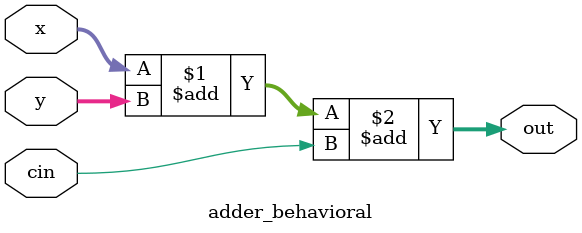
<source format=v>
module adder_behavioral #(parameter N = 8) (
   input wire [N-1:0] x, y,
   input wire cin,
   output wire [N:0] out
);

assign out = x + y + cin;

endmodule

</source>
